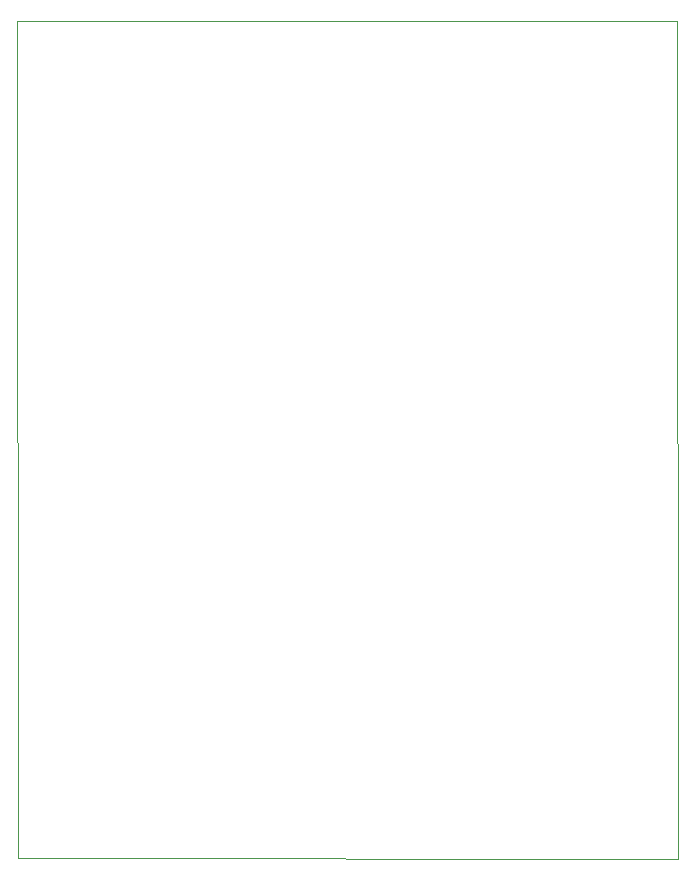
<source format=gbr>
%TF.GenerationSoftware,KiCad,Pcbnew,9.0.3*%
%TF.CreationDate,2025-07-13T04:30:13+05:30*%
%TF.ProjectId,Smart_Env_Monitoring_Node,536d6172-745f-4456-9e76-5f4d6f6e6974,rev?*%
%TF.SameCoordinates,Original*%
%TF.FileFunction,Profile,NP*%
%FSLAX46Y46*%
G04 Gerber Fmt 4.6, Leading zero omitted, Abs format (unit mm)*
G04 Created by KiCad (PCBNEW 9.0.3) date 2025-07-13 04:30:13*
%MOMM*%
%LPD*%
G01*
G04 APERTURE LIST*
%TA.AperFunction,Profile*%
%ADD10C,0.050000*%
%TD*%
G04 APERTURE END LIST*
D10*
X165870000Y-147370000D02*
X109990000Y-147340000D01*
X109990000Y-147340000D02*
X109868196Y-76430000D01*
X165780000Y-76450000D02*
X165870000Y-147370000D01*
X109868196Y-76430000D02*
X165780000Y-76450000D01*
M02*

</source>
